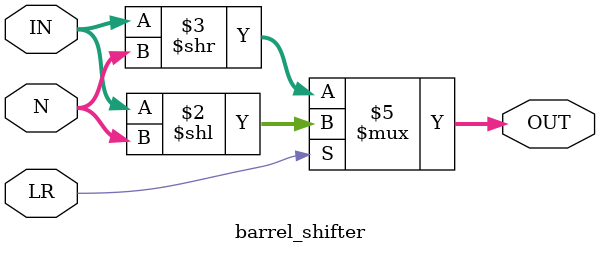
<source format=v>

module barrel_shifter(OUT, IN, LR, N);
	input [7:0]IN;
	input [2:0]N;
	input LR;
	output reg [7:0]OUT;

	always@(*) begin
		if(LR)
			OUT = IN << N;
		else
			OUT = IN >> N;
	end

endmodule
</source>
